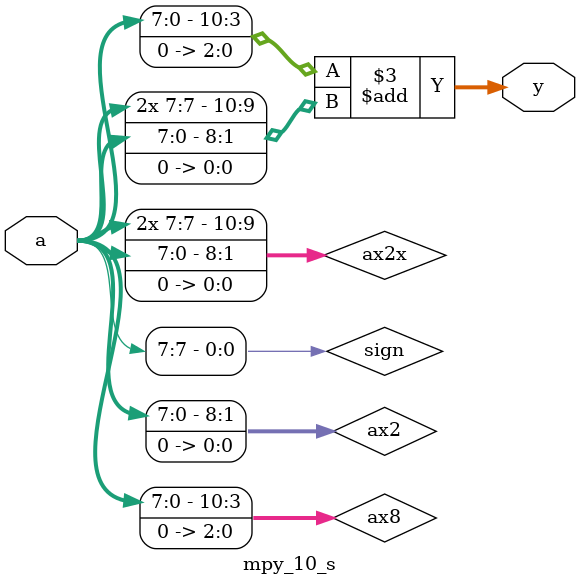
<source format=sv>

module mpy_10_s #(parameter W=8) (
	input logic signed [W-1:0] a,
	output logic signed [W+4-1:0] y
	)
	;
   logic [W+3-1:0] ax8;
   logic [W+1-1:0] ax2;
   logic sign;
   logic [W+3-1:0] ax2x;  // extended to match bitwith of ax8

   assign sign = a[W-1];

   assign ax8 = a << 3;
   assign ax2 = a << 1;
   assign ax2x = {{2{sign}},ax2}; // sign extend
   assign y = ax8 + ax2x;

endmodule: mpy_10_s

</source>
